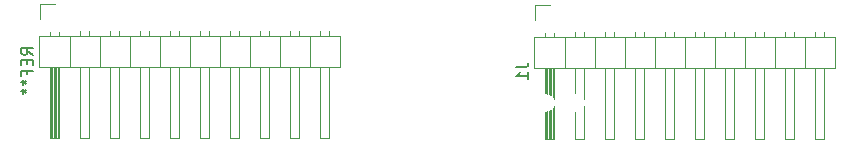
<source format=gbr>
%TF.GenerationSoftware,KiCad,Pcbnew,7.0.9*%
%TF.CreationDate,2024-03-23T08:09:54+09:00*%
%TF.ProjectId,03-front,30332d66-726f-46e7-942e-6b696361645f,rev?*%
%TF.SameCoordinates,Original*%
%TF.FileFunction,Legend,Bot*%
%TF.FilePolarity,Positive*%
%FSLAX46Y46*%
G04 Gerber Fmt 4.6, Leading zero omitted, Abs format (unit mm)*
G04 Created by KiCad (PCBNEW 7.0.9) date 2024-03-23 08:09:54*
%MOMM*%
%LPD*%
G01*
G04 APERTURE LIST*
%ADD10C,0.150000*%
%ADD11C,0.120000*%
%ADD12R,1.800000X1.800000*%
%ADD13C,1.800000*%
%ADD14C,1.524000*%
%ADD15R,1.700000X1.700000*%
%ADD16O,1.700000X1.700000*%
G04 APERTURE END LIST*
D10*
X55334819Y-93856666D02*
X54858628Y-93523333D01*
X55334819Y-93285238D02*
X54334819Y-93285238D01*
X54334819Y-93285238D02*
X54334819Y-93666190D01*
X54334819Y-93666190D02*
X54382438Y-93761428D01*
X54382438Y-93761428D02*
X54430057Y-93809047D01*
X54430057Y-93809047D02*
X54525295Y-93856666D01*
X54525295Y-93856666D02*
X54668152Y-93856666D01*
X54668152Y-93856666D02*
X54763390Y-93809047D01*
X54763390Y-93809047D02*
X54811009Y-93761428D01*
X54811009Y-93761428D02*
X54858628Y-93666190D01*
X54858628Y-93666190D02*
X54858628Y-93285238D01*
X54811009Y-94285238D02*
X54811009Y-94618571D01*
X55334819Y-94761428D02*
X55334819Y-94285238D01*
X55334819Y-94285238D02*
X54334819Y-94285238D01*
X54334819Y-94285238D02*
X54334819Y-94761428D01*
X54811009Y-95523333D02*
X54811009Y-95190000D01*
X55334819Y-95190000D02*
X54334819Y-95190000D01*
X54334819Y-95190000D02*
X54334819Y-95666190D01*
X54334819Y-96190000D02*
X54572914Y-96190000D01*
X54477676Y-95951905D02*
X54572914Y-96190000D01*
X54572914Y-96190000D02*
X54477676Y-96428095D01*
X54763390Y-96047143D02*
X54572914Y-96190000D01*
X54572914Y-96190000D02*
X54763390Y-96332857D01*
X54334819Y-96951905D02*
X54572914Y-96951905D01*
X54477676Y-96713810D02*
X54572914Y-96951905D01*
X54572914Y-96951905D02*
X54477676Y-97190000D01*
X54763390Y-96809048D02*
X54572914Y-96951905D01*
X54572914Y-96951905D02*
X54763390Y-97094762D01*
X96244819Y-94926666D02*
X96959104Y-94926666D01*
X96959104Y-94926666D02*
X97101961Y-94879047D01*
X97101961Y-94879047D02*
X97197200Y-94783809D01*
X97197200Y-94783809D02*
X97244819Y-94640952D01*
X97244819Y-94640952D02*
X97244819Y-94545714D01*
X97244819Y-95926666D02*
X97244819Y-95355238D01*
X97244819Y-95640952D02*
X96244819Y-95640952D01*
X96244819Y-95640952D02*
X96387676Y-95545714D01*
X96387676Y-95545714D02*
X96482914Y-95450476D01*
X96482914Y-95450476D02*
X96530533Y-95355238D01*
D11*
%TO.C,REF\u002A\u002A*%
X57150000Y-89535000D02*
X55880000Y-89535000D01*
X55880000Y-89535000D02*
X55880000Y-90805000D01*
X80390000Y-91847929D02*
X80390000Y-92245000D01*
X79630000Y-91847929D02*
X79630000Y-92245000D01*
X77850000Y-91847929D02*
X77850000Y-92245000D01*
X77090000Y-91847929D02*
X77090000Y-92245000D01*
X75310000Y-91847929D02*
X75310000Y-92245000D01*
X74550000Y-91847929D02*
X74550000Y-92245000D01*
X72770000Y-91847929D02*
X72770000Y-92245000D01*
X72010000Y-91847929D02*
X72010000Y-92245000D01*
X70230000Y-91847929D02*
X70230000Y-92245000D01*
X69470000Y-91847929D02*
X69470000Y-92245000D01*
X67690000Y-91847929D02*
X67690000Y-92245000D01*
X66930000Y-91847929D02*
X66930000Y-92245000D01*
X65150000Y-91847929D02*
X65150000Y-92245000D01*
X64390000Y-91847929D02*
X64390000Y-92245000D01*
X62610000Y-91847929D02*
X62610000Y-92245000D01*
X61850000Y-91847929D02*
X61850000Y-92245000D01*
X60070000Y-91847929D02*
X60070000Y-92245000D01*
X59310000Y-91847929D02*
X59310000Y-92245000D01*
X57530000Y-91915000D02*
X57530000Y-92245000D01*
X56770000Y-91915000D02*
X56770000Y-92245000D01*
X81340000Y-92245000D02*
X81340000Y-94905000D01*
X78740000Y-92245000D02*
X78740000Y-94905000D01*
X76200000Y-92245000D02*
X76200000Y-94905000D01*
X73660000Y-92245000D02*
X73660000Y-94905000D01*
X71120000Y-92245000D02*
X71120000Y-94905000D01*
X68580000Y-92245000D02*
X68580000Y-94905000D01*
X66040000Y-92245000D02*
X66040000Y-94905000D01*
X63500000Y-92245000D02*
X63500000Y-94905000D01*
X60960000Y-92245000D02*
X60960000Y-94905000D01*
X58420000Y-92245000D02*
X58420000Y-94905000D01*
X55820000Y-92245000D02*
X81340000Y-92245000D01*
X81340000Y-94905000D02*
X55820000Y-94905000D01*
X79630000Y-94905000D02*
X79630000Y-100905000D01*
X77090000Y-94905000D02*
X77090000Y-100905000D01*
X74550000Y-94905000D02*
X74550000Y-100905000D01*
X72010000Y-94905000D02*
X72010000Y-100905000D01*
X69470000Y-94905000D02*
X69470000Y-100905000D01*
X66930000Y-94905000D02*
X66930000Y-100905000D01*
X64390000Y-94905000D02*
X64390000Y-100905000D01*
X61850000Y-94905000D02*
X61850000Y-100905000D01*
X59310000Y-94905000D02*
X59310000Y-100905000D01*
X57430000Y-94905000D02*
X57430000Y-100905000D01*
X57310000Y-94905000D02*
X57310000Y-100905000D01*
X57190000Y-94905000D02*
X57190000Y-100905000D01*
X57070000Y-94905000D02*
X57070000Y-100905000D01*
X56950000Y-94905000D02*
X56950000Y-100905000D01*
X56830000Y-94905000D02*
X56830000Y-100905000D01*
X56770000Y-94905000D02*
X56770000Y-100905000D01*
X55820000Y-94905000D02*
X55820000Y-92245000D01*
X80390000Y-100905000D02*
X80390000Y-94905000D01*
X79630000Y-100905000D02*
X80390000Y-100905000D01*
X77850000Y-100905000D02*
X77850000Y-94905000D01*
X77090000Y-100905000D02*
X77850000Y-100905000D01*
X75310000Y-100905000D02*
X75310000Y-94905000D01*
X74550000Y-100905000D02*
X75310000Y-100905000D01*
X72770000Y-100905000D02*
X72770000Y-94905000D01*
X72010000Y-100905000D02*
X72770000Y-100905000D01*
X70230000Y-100905000D02*
X70230000Y-94905000D01*
X69470000Y-100905000D02*
X70230000Y-100905000D01*
X67690000Y-100905000D02*
X67690000Y-94905000D01*
X66930000Y-100905000D02*
X67690000Y-100905000D01*
X65150000Y-100905000D02*
X65150000Y-94905000D01*
X64390000Y-100905000D02*
X65150000Y-100905000D01*
X62610000Y-100905000D02*
X62610000Y-94905000D01*
X61850000Y-100905000D02*
X62610000Y-100905000D01*
X60070000Y-100905000D02*
X60070000Y-94905000D01*
X59310000Y-100905000D02*
X60070000Y-100905000D01*
X57530000Y-100905000D02*
X57530000Y-94905000D01*
X56770000Y-100905000D02*
X57530000Y-100905000D01*
%TO.C,J1*%
X99060000Y-89605000D02*
X97790000Y-89605000D01*
X97790000Y-89605000D02*
X97790000Y-90875000D01*
X122300000Y-91917929D02*
X122300000Y-92315000D01*
X121540000Y-91917929D02*
X121540000Y-92315000D01*
X119760000Y-91917929D02*
X119760000Y-92315000D01*
X119000000Y-91917929D02*
X119000000Y-92315000D01*
X117220000Y-91917929D02*
X117220000Y-92315000D01*
X116460000Y-91917929D02*
X116460000Y-92315000D01*
X114680000Y-91917929D02*
X114680000Y-92315000D01*
X113920000Y-91917929D02*
X113920000Y-92315000D01*
X112140000Y-91917929D02*
X112140000Y-92315000D01*
X111380000Y-91917929D02*
X111380000Y-92315000D01*
X109600000Y-91917929D02*
X109600000Y-92315000D01*
X108840000Y-91917929D02*
X108840000Y-92315000D01*
X107060000Y-91917929D02*
X107060000Y-92315000D01*
X106300000Y-91917929D02*
X106300000Y-92315000D01*
X104520000Y-91917929D02*
X104520000Y-92315000D01*
X103760000Y-91917929D02*
X103760000Y-92315000D01*
X101980000Y-91917929D02*
X101980000Y-92315000D01*
X101220000Y-91917929D02*
X101220000Y-92315000D01*
X99440000Y-91985000D02*
X99440000Y-92315000D01*
X98680000Y-91985000D02*
X98680000Y-92315000D01*
X123250000Y-92315000D02*
X123250000Y-94975000D01*
X120650000Y-92315000D02*
X120650000Y-94975000D01*
X118110000Y-92315000D02*
X118110000Y-94975000D01*
X115570000Y-92315000D02*
X115570000Y-94975000D01*
X113030000Y-92315000D02*
X113030000Y-94975000D01*
X110490000Y-92315000D02*
X110490000Y-94975000D01*
X107950000Y-92315000D02*
X107950000Y-94975000D01*
X105410000Y-92315000D02*
X105410000Y-94975000D01*
X102870000Y-92315000D02*
X102870000Y-94975000D01*
X100330000Y-92315000D02*
X100330000Y-94975000D01*
X97730000Y-92315000D02*
X123250000Y-92315000D01*
X123250000Y-94975000D02*
X97730000Y-94975000D01*
X121540000Y-94975000D02*
X121540000Y-100975000D01*
X119000000Y-94975000D02*
X119000000Y-100975000D01*
X116460000Y-94975000D02*
X116460000Y-100975000D01*
X113920000Y-94975000D02*
X113920000Y-100975000D01*
X111380000Y-94975000D02*
X111380000Y-100975000D01*
X108840000Y-94975000D02*
X108840000Y-100975000D01*
X106300000Y-94975000D02*
X106300000Y-100975000D01*
X103760000Y-94975000D02*
X103760000Y-100975000D01*
X101220000Y-94975000D02*
X101220000Y-100975000D01*
X99340000Y-94975000D02*
X99340000Y-100975000D01*
X99220000Y-94975000D02*
X99220000Y-100975000D01*
X99100000Y-94975000D02*
X99100000Y-100975000D01*
X98980000Y-94975000D02*
X98980000Y-100975000D01*
X98860000Y-94975000D02*
X98860000Y-100975000D01*
X98740000Y-94975000D02*
X98740000Y-100975000D01*
X98680000Y-94975000D02*
X98680000Y-100975000D01*
X97730000Y-94975000D02*
X97730000Y-92315000D01*
X122300000Y-100975000D02*
X122300000Y-94975000D01*
X121540000Y-100975000D02*
X122300000Y-100975000D01*
X119760000Y-100975000D02*
X119760000Y-94975000D01*
X119000000Y-100975000D02*
X119760000Y-100975000D01*
X117220000Y-100975000D02*
X117220000Y-94975000D01*
X116460000Y-100975000D02*
X117220000Y-100975000D01*
X114680000Y-100975000D02*
X114680000Y-94975000D01*
X113920000Y-100975000D02*
X114680000Y-100975000D01*
X112140000Y-100975000D02*
X112140000Y-94975000D01*
X111380000Y-100975000D02*
X112140000Y-100975000D01*
X109600000Y-100975000D02*
X109600000Y-94975000D01*
X108840000Y-100975000D02*
X109600000Y-100975000D01*
X107060000Y-100975000D02*
X107060000Y-94975000D01*
X106300000Y-100975000D02*
X107060000Y-100975000D01*
X104520000Y-100975000D02*
X104520000Y-94975000D01*
X103760000Y-100975000D02*
X104520000Y-100975000D01*
X101980000Y-100975000D02*
X101980000Y-94975000D01*
X101220000Y-100975000D02*
X101980000Y-100975000D01*
X99440000Y-100975000D02*
X99440000Y-94975000D01*
X98680000Y-100975000D02*
X99440000Y-100975000D01*
%TD*%
%LPC*%
D12*
%TO.C,D1*%
X88900000Y-93980000D03*
D13*
X88900000Y-91440000D03*
%TD*%
D14*
%TO.C,U4*%
X123730000Y-97950000D03*
X126270000Y-97950000D03*
X123730000Y-102050000D03*
X126270000Y-102050000D03*
%TD*%
%TO.C,U3*%
X98730000Y-97950000D03*
X101270000Y-97950000D03*
X98730000Y-102050000D03*
X101270000Y-102050000D03*
%TD*%
%TO.C,U6*%
X85090000Y-102870000D03*
X87630000Y-102870000D03*
X90170000Y-102870000D03*
X92710000Y-102870000D03*
%TD*%
%TO.C,U2*%
X73730000Y-97950000D03*
X76270000Y-97950000D03*
X73730000Y-102050000D03*
X76270000Y-102050000D03*
%TD*%
%TO.C,U5*%
X148730000Y-97950000D03*
X151270000Y-97950000D03*
X148730000Y-102050000D03*
X151270000Y-102050000D03*
%TD*%
%TO.C,U1*%
X48730000Y-97950000D03*
X51270000Y-97950000D03*
X48730000Y-102050000D03*
X51270000Y-102050000D03*
%TD*%
D15*
%TO.C,REF\u002A\u002A*%
X57150000Y-90805000D03*
D16*
X59690000Y-90805000D03*
X62230000Y-90805000D03*
X64770000Y-90805000D03*
X67310000Y-90805000D03*
X69850000Y-90805000D03*
X72390000Y-90805000D03*
X74930000Y-90805000D03*
X77470000Y-90805000D03*
X80010000Y-90805000D03*
%TD*%
D15*
%TO.C,J1*%
X99060000Y-90875000D03*
D16*
X101600000Y-90875000D03*
X104140000Y-90875000D03*
X106680000Y-90875000D03*
X109220000Y-90875000D03*
X111760000Y-90875000D03*
X114300000Y-90875000D03*
X116840000Y-90875000D03*
X119380000Y-90875000D03*
X121920000Y-90875000D03*
%TD*%
%LPD*%
M02*

</source>
